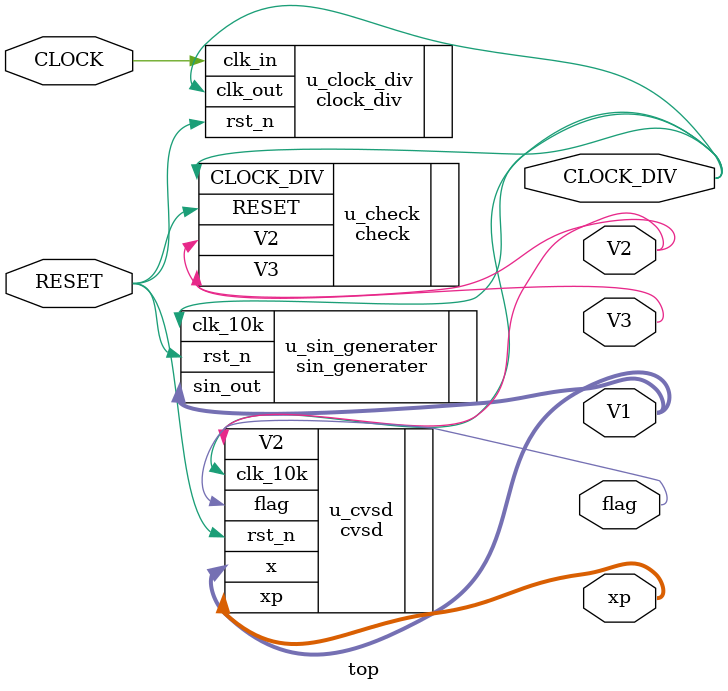
<source format=v>
module top(
	input 					CLOCK,			//50MHz
	output 					CLOCK_DIV,		//10KHz
	output 					flag,
	input 					RESET,
	output 			[7:0]	V1,			//sin out
	output 					V2,			//CVSD out
	output 					V3,
	output 			[7:0]	xp			
);

clock_div u_clock_div(
	.clk_in			(CLOCK),
	.rst_n			(RESET),
	.clk_out		(CLOCK_DIV)
);

sin_generater u_sin_generater(
	.clk_10k		(CLOCK_DIV),
	.rst_n			(RESET),
	.sin_out		(V1)
);

cvsd u_cvsd(
	.clk_10k	(CLOCK_DIV),	
	.rst_n		(RESET),
	.x			(V1),
	.V2			(V2),
	.xp			(xp),
	.flag		(flag)
);  
 
check u_check(
	.CLOCK_DIV	(CLOCK_DIV),
	.RESET		(RESET),
	.V2			(V2),
	.V3			(V3)
);
endmodule
</source>
